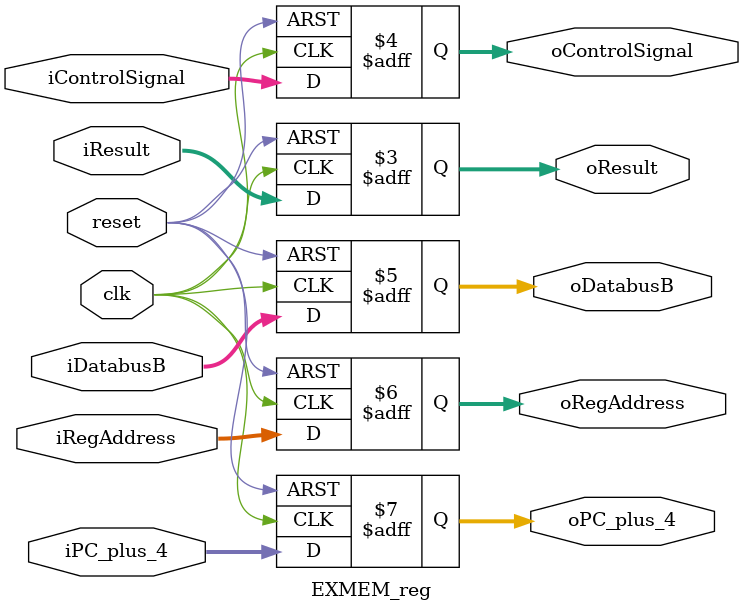
<source format=v>
module EXMEM_reg(
                 clk,
                 reset,
                 iResult,
                 iControlSignal,
                 iDatabusB,
                 iRegAddress,
                 iPC_plus_4,
                 oResult,
                 oControlSignal,
                 oDatabusB,
                 oRegAddress,
                 oPC_plus_4
);
    
    input clk, reset;
    input [31:0] iResult;
    input [31:0] iControlSignal;
    input [31:0] iDatabusB;
    input [4:0] iRegAddress;
    input [31:0] iPC_plus_4;
    output reg [31:0] oResult;
    output reg [31:0] oControlSignal;
    output reg [31:0] oDatabusB;
    output reg [4:0] oRegAddress;
    output reg [31:0] oPC_plus_4;

    initial begin
    	oResult = 32'h00000000;
    	oControlSignal = 32'h00000000;
    	oDatabusB = 32'h00000000;
    	oRegAddress = 5'b0;
    	oPC_plus_4 = 32'h00000000;
    end
    
    always@(posedge clk or posedge reset) begin
        if(reset) begin
            oResult <= 32'b0;
            oControlSignal <= 32'b0;
            oDatabusB <= 32'b0;
            oRegAddress <= 5'b0;
            oPC_plus_4 <= 32'h80000000;
        end
        else
        begin
            oResult <= iResult;
            oControlSignal <= iControlSignal;
            oDatabusB <= iDatabusB;
            oRegAddress <= iRegAddress;
            oPC_plus_4 <= iPC_plus_4;
        end
    end
endmodule
</source>
